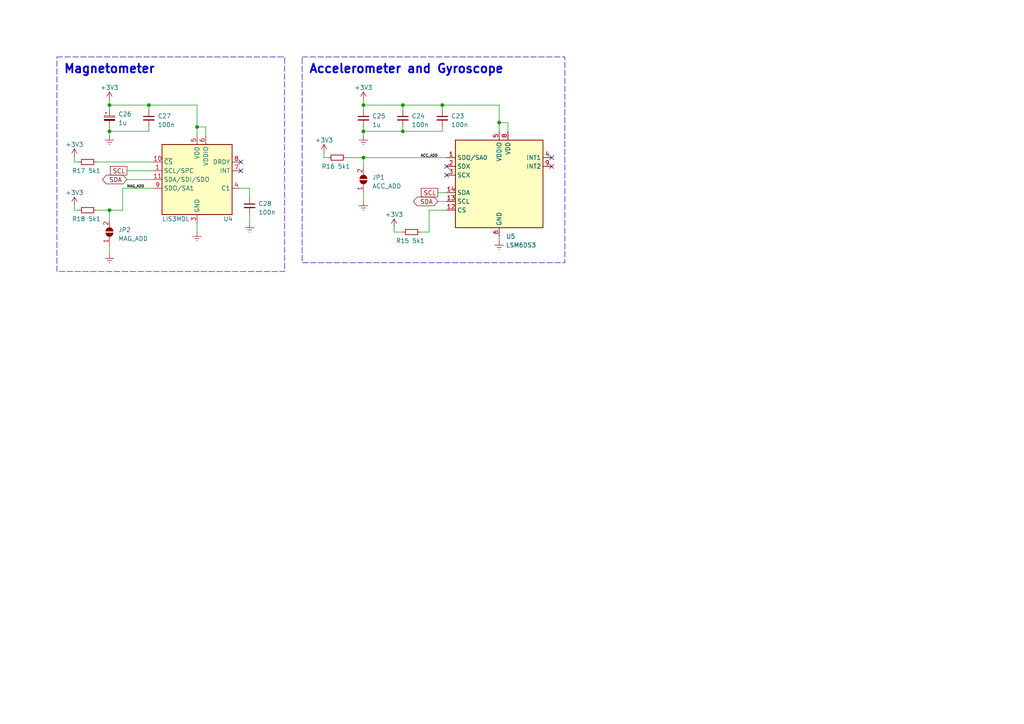
<source format=kicad_sch>
(kicad_sch (version 20230121) (generator eeschema)
  (paper "A4")
  (title_block (title "Aitken - Sensors") (date "2023-10-29") (rev "0.1") (company "b1u3-22"))
  (lib_symbols
    (symbol "Device:C_Polarized_Small" (pin_numbers hide) (pin_names (offset 0.254) hide)
      (property "Reference" "C" (at 0.254 1.778 0))
      (property "Value" "C_Polarized_Small" (at 0.254 -2.032 0))
      (symbol "C_Polarized_Small_0_1"
        (rectangle (start -1.524 -0.3048) (end 1.524 -0.6858) (fill (type outline)))
        (rectangle (start -1.524 0.6858) (end 1.524 0.3048))
        (polyline (pts (xy -1.27 1.524) (xy -0.762 1.524)))
        (polyline (pts (xy -1.016 1.27) (xy -1.016 1.778)))
      )
      (symbol "C_Polarized_Small_1_1"
        (pin passive line (at 0 2.54 270) (length 1.8542) (name "~") (number "1"))
        (pin passive line (at 0 -2.54 90) (length 1.8542) (name "~") (number "2"))
      )
    )
    (symbol "Device:C_Small" (pin_numbers hide) (pin_names (offset 0.254) hide)
      (property "Reference" "C" (at 0.254 1.778 0))
      (property "Value" "C_Small" (at 0.254 -2.032 0))
      (symbol "C_Small_0_1"
        (polyline (pts (xy -1.524 -0.508) (xy 1.524 -0.508)) (stroke (width 0.3302)))
        (polyline (pts (xy -1.524 0.508) (xy 1.524 0.508)) (stroke (width 0.3048)))
      )
      (symbol "C_Small_1_1"
        (pin passive line (at 0 2.54 270) (length 2.032) (name "~") (number "1"))
        (pin passive line (at 0 -2.54 90) (length 2.032) (name "~") (number "2"))
      )
    )
    (symbol "Device:R_Small" (pin_numbers hide) (pin_names (offset 0.254) hide)
      (property "Reference" "R" (at 0.762 0.508 0))
      (property "Value" "R_Small" (at 0.762 -1.016 0))
      (symbol "R_Small_0_1"
        (rectangle (start -0.762 1.778) (end 0.762 -1.778) (stroke (width 0.2032)))
      )
      (symbol "R_Small_1_1"
        (pin passive line (at 0 2.54 270) (length 0.762) (name "~") (number "1"))
        (pin passive line (at 0 -2.54 90) (length 0.762) (name "~") (number "2"))
      )
    )
    (symbol "Jumper:SolderJumper_2_Open" (pin_names (offset 0) hide)
      (property "Reference" "JP" (at 0 2.032 0))
      (property "Value" "SolderJumper_2_Open" (at 0 -2.54 0))
      (symbol "SolderJumper_2_Open_0_1"
        (arc (start -0.254 1.016) (mid -1.2656 0) (end -0.254 -1.016))
        (arc (start -0.254 1.016) (mid -1.2656 0) (end -0.254 -1.016) (fill (type outline)))
        (polyline (pts (xy -0.254 1.016) (xy -0.254 -1.016)))
        (polyline (pts (xy 0.254 1.016) (xy 0.254 -1.016)))
        (arc (start 0.254 -1.016) (mid 1.2656 0) (end 0.254 1.016))
        (arc (start 0.254 -1.016) (mid 1.2656 0) (end 0.254 1.016) (fill (type outline)))
      )
      (symbol "SolderJumper_2_Open_1_1"
        (pin passive line (at -3.81 0 0) (length 2.54) (name "A") (number "1"))
        (pin passive line (at 3.81 0 180) (length 2.54) (name "B") (number "2"))
      )
    )
    (symbol "Sensor_Magnetic:LIS3MDL"
      (property "Reference" "U4" (at 1.9559 -12.7 0))
      (property "Value" "LIS3MDL" (at 1.9559 -15.24 0))
      (symbol "LIS3MDL_0_1"
        (rectangle (start -10.16 10.16) (end 10.16 -10.16) (stroke (width 0.254)) (fill (type background)))
      )
      (symbol "LIS3MDL_1_1"
        (pin input line (at -12.7 2.54 0) (length 2.54) (name "SCL/SPC") (number "1"))
        (pin input line (at -12.7 5.08 0) (length 2.54) (name "~{CS}") (number "10"))
        (pin bidirectional line (at -12.7 0 0) (length 2.54) (name "SDA/SDI/SDO") (number "11"))
        (pin passive line (at 0 -12.7 90) (length 2.54) hide (name "GND") (number "12"))
        (pin passive line (at 0 -12.7 90) (length 2.54) hide (name "GND") (number "2"))
        (pin power_in line (at 0 -12.7 90) (length 2.54) (name "GND") (number "3"))
        (pin power_out line (at 12.7 -2.54 180) (length 2.54) (name "C1") (number "4"))
        (pin power_in line (at 0 12.7 270) (length 2.54) (name "VDD") (number "5"))
        (pin power_in line (at 2.54 12.7 270) (length 2.54) (name "VDDIO") (number "6"))
        (pin output line (at 12.7 2.54 180) (length 2.54) (name "INT") (number "7"))
        (pin output line (at 12.7 5.08 180) (length 2.54) (name "DRDY") (number "8"))
        (pin bidirectional line (at -12.7 -2.54 0) (length 2.54) (name "SDO/SA1") (number "9"))
      )
    )
    (symbol "Sensor_Motion:LSM6DS3"
      (property "Reference" "U" (at -11.43 15.24 0))
      (property "Value" "LSM6DS3" (at -11.43 12.7 0))
      (symbol "LSM6DS3_0_1"
        (rectangle (start -12.7 12.7) (end 12.7 -12.7) (stroke (width 0.254)) (fill (type background)))
      )
      (symbol "LSM6DS3_1_1"
        (pin bidirectional line (at -15.24 7.62 0) (length 2.54) (name "SDO/SA0") (number "1"))
        (pin no_connect line (at 12.7 -5.08 180) (length 3.81) hide (name "NC") (number "10"))
        (pin no_connect line (at 12.7 -2.54 180) (length 3.81) hide (name "NC") (number "11"))
        (pin input line (at -15.24 -7.62 0) (length 2.54) (name "CS") (number "12"))
        (pin input line (at -15.24 -5.08 0) (length 2.54) (name "SCL") (number "13"))
        (pin bidirectional line (at -15.24 -2.54 0) (length 2.54) (name "SDA") (number "14"))
        (pin bidirectional line (at -15.24 5.08 0) (length 2.54) (name "SDX") (number "2"))
        (pin input line (at -15.24 2.54 0) (length 2.54) (name "SCX") (number "3"))
        (pin output line (at 15.24 7.62 180) (length 2.54) (name "INT1") (number "4"))
        (pin power_in line (at 0 15.24 270) (length 2.54) (name "VDDIO") (number "5"))
        (pin power_in line (at 0 -15.24 90) (length 2.54) (name "GND") (number "6"))
        (pin passive line (at 0 -15.24 90) (length 2.54) hide (name "GND") (number "7"))
        (pin power_in line (at 2.54 15.24 270) (length 2.54) (name "VDD") (number "8"))
        (pin output line (at 15.24 5.08 180) (length 2.54) (name "INT2") (number "9"))
      )
    )
    (symbol "power:+3V3" (power) (pin_names (offset 0))
      (property "Value" "+3V3" (at 0 3.556 0))
      (symbol "+3V3_0_1"
        (polyline (pts (xy -0.762 1.27) (xy 0 2.54)))
        (polyline (pts (xy 0 0) (xy 0 2.54)))
        (polyline (pts (xy 0 2.54) (xy 0.762 1.27)))
      )
      (symbol "+3V3_1_1"
        (pin power_in line (at 0 0 90) (length 0) hide (name "+3V3") (number "1"))
      )
    )
    (symbol "power:Earth" (power) (pin_names (offset 0))
      (symbol "Earth_0_1"
        (polyline (pts (xy -0.635 -1.905) (xy 0.635 -1.905)))
        (polyline (pts (xy -0.127 -2.54) (xy 0.127 -2.54)))
        (polyline (pts (xy 0 -1.27) (xy 0 0)))
        (polyline (pts (xy 1.27 -1.27) (xy -1.27 -1.27)))
      )
      (symbol "Earth_1_1"
        (pin power_in line (at 0 0 270) (length 0) hide (name "Earth") (number "1"))
      )
    )
  )
  (junction (at 105.41 38.1))
  (junction (at 31.75 60.96))
  (junction (at 116.84 38.1))
  (junction (at 105.41 30.48))
  (junction (at 144.78 35.56))
  (junction (at 43.18 30.48))
  (junction (at 105.41 45.72))
  (junction (at 57.15 36.83))
  (junction (at 116.84 30.48))
  (junction (at 128.27 30.48))
  (junction (at 31.75 30.48))
  (junction (at 31.75 38.1))
  (no_connect (at 160.02 48.26))
  (no_connect (at 129.54 50.8))
  (no_connect (at 69.85 46.99))
  (no_connect (at 160.02 45.72))
  (no_connect (at 129.54 48.26))
  (no_connect (at 69.85 49.53))
  (wire (pts (xy 21.59 60.96) (xy 21.59 59.69)))
  (wire (pts (xy 121.92 67.31) (xy 124.46 67.31)))
  (wire (pts (xy 72.39 62.23) (xy 72.39 64.77)))
  (wire (pts (xy 31.75 29.21) (xy 31.75 30.48)))
  (wire (pts (xy 114.3 67.31) (xy 114.3 66.04)))
  (wire (pts (xy 31.75 30.48) (xy 43.18 30.48)))
  (wire (pts (xy 105.41 38.1) (xy 116.84 38.1)))
  (wire (pts (xy 105.41 36.83) (xy 105.41 38.1)))
  (wire (pts (xy 124.46 60.96) (xy 129.54 60.96)))
  (wire (pts (xy 105.41 45.72) (xy 129.54 45.72)))
  (wire (pts (xy 100.33 45.72) (xy 105.41 45.72)))
  (wire (pts (xy 144.78 35.56) (xy 147.32 35.56)))
  (wire (pts (xy 57.15 36.83) (xy 59.69 36.83)))
  (wire (pts (xy 43.18 38.1) (xy 31.75 38.1)))
  (wire (pts (xy 31.75 71.12) (xy 31.75 73.66)))
  (wire (pts (xy 35.56 60.96) (xy 35.56 54.61)))
  (wire (pts (xy 144.78 69.85) (xy 144.78 68.58)))
  (wire (pts (xy 22.86 46.99) (xy 21.59 46.99)))
  (wire (pts (xy 105.41 30.48) (xy 105.41 31.75)))
  (wire (pts (xy 22.86 60.96) (xy 21.59 60.96)))
  (wire (pts (xy 105.41 55.88) (xy 105.41 58.42)))
  (wire (pts (xy 105.41 30.48) (xy 116.84 30.48)))
  (wire (pts (xy 116.84 30.48) (xy 128.27 30.48)))
  (wire (pts (xy 35.56 54.61) (xy 44.45 54.61)))
  (wire (pts (xy 31.75 38.1) (xy 31.75 36.83)))
  (wire (pts (xy 105.41 45.72) (xy 105.41 48.26)))
  (wire (pts (xy 31.75 30.48) (xy 31.75 31.75)))
  (wire (pts (xy 27.94 46.99) (xy 44.45 46.99)))
  (wire (pts (xy 57.15 30.48) (xy 57.15 36.83)))
  (wire (pts (xy 116.84 30.48) (xy 116.84 31.75)))
  (wire (pts (xy 147.32 35.56) (xy 147.32 38.1)))
  (wire (pts (xy 127 55.88) (xy 129.54 55.88)))
  (wire (pts (xy 128.27 36.83) (xy 128.27 38.1)))
  (wire (pts (xy 31.75 60.96) (xy 31.75 63.5)))
  (wire (pts (xy 57.15 67.31) (xy 57.15 64.77)))
  (wire (pts (xy 72.39 54.61) (xy 72.39 57.15)))
  (wire (pts (xy 57.15 36.83) (xy 57.15 39.37)))
  (wire (pts (xy 21.59 46.99) (xy 21.59 45.72)))
  (wire (pts (xy 93.98 45.72) (xy 93.98 44.45)))
  (wire (pts (xy 144.78 35.56) (xy 144.78 38.1)))
  (wire (pts (xy 105.41 29.21) (xy 105.41 30.48)))
  (wire (pts (xy 95.25 45.72) (xy 93.98 45.72)))
  (wire (pts (xy 144.78 30.48) (xy 144.78 35.56)))
  (wire (pts (xy 43.18 36.83) (xy 43.18 38.1)))
  (wire (pts (xy 31.75 60.96) (xy 35.56 60.96)))
  (wire (pts (xy 128.27 38.1) (xy 116.84 38.1)))
  (wire (pts (xy 124.46 67.31) (xy 124.46 60.96)))
  (wire (pts (xy 128.27 30.48) (xy 128.27 31.75)))
  (wire (pts (xy 116.84 38.1) (xy 116.84 36.83)))
  (wire (pts (xy 105.41 38.1) (xy 105.41 39.37)))
  (wire (pts (xy 127 58.42) (xy 129.54 58.42)))
  (wire (pts (xy 59.69 39.37) (xy 59.69 36.83)))
  (wire (pts (xy 114.3 67.31) (xy 116.84 67.31)))
  (wire (pts (xy 128.27 30.48) (xy 144.78 30.48)))
  (wire (pts (xy 43.18 30.48) (xy 43.18 31.75)))
  (wire (pts (xy 72.39 54.61) (xy 69.85 54.61)))
  (wire (pts (xy 36.83 52.07) (xy 44.45 52.07)))
  (wire (pts (xy 36.83 49.53) (xy 44.45 49.53)))
  (wire (pts (xy 31.75 38.1) (xy 31.75 39.37)))
  (wire (pts (xy 43.18 30.48) (xy 57.15 30.48)))
  (wire (pts (xy 27.94 60.96) (xy 31.75 60.96)))
  (text_box "Magnetometer\n" (at 16.51 16.51 0) (size 66.04 62.23) (stroke (width 0) (type dash)) (effects (font (size 2.5 2.5) (thickness 0.5) bold) (justify left top)))
  (text_box "Accelerometer and Gyroscope" (at 87.63 16.51 0) (size 76.2 59.69) (stroke (width 0) (type dash)) (effects (font (size 2.5 2.5) (thickness 0.5) bold) (justify left top)))
  (label "MAG_ADD" (at 41.91 54.61 180) (effects (font (size 0.75 0.75))))
  (label "ACC_ADD" (at 127 45.72 180) (effects (font (size 0.75 0.75))))
  (global_label "SCL" (shape passive) (at 127 55.88 180) (property "Intersheetrefs" "${INTERSHEET_REFS}" (effects hide)))
  (global_label "SDA" (shape bidirectional) (at 127 58.42 180) (property "Intersheetrefs" "${INTERSHEET_REFS}" (effects hide)))
  (global_label "SDA" (shape bidirectional) (at 36.83 52.07 180) (property "Intersheetrefs" "${INTERSHEET_REFS}" (effects hide)))
  (global_label "SCL" (shape passive) (at 36.83 49.53 180) (property "Intersheetrefs" "${INTERSHEET_REFS}" (effects hide)))
  (symbol (lib_id "Device:C_Small") (at 72.39 59.69 0) (unit 1)
    (property "Reference" "C28" (at 74.93 59.0613 0) (effects (justify left)))
    (property "Value" "100n" (at 74.93 61.6013 0) (effects (justify left)))
  )
  (symbol (lib_id "Device:R_Small") (at 119.38 67.31 90) (mirror x) (unit 1)
    (property "Reference" "R15" (at 118.745 69.85 90) (effects (justify left)))
    (property "Value" "5k1" (at 123.19 69.85 90) (effects (justify left)))
  )
  (symbol (lib_id "power:+3V3") (at 114.3 66.04 0) (unit 1)
    (property "Reference" "#PWR031" (effects hide))
    (property "Value" "+3V3" (at 114.3 62.23 0))
  )
  (symbol (lib_id "power:Earth") (at 144.78 69.85 0) (unit 1)
    (property "Reference" "#PWR036" (effects hide))
    (property "Value" "Earth" (effects hide))
  )
  (symbol (lib_id "Device:R_Small") (at 25.4 46.99 90) (mirror x) (unit 1)
    (property "Reference" "R17" (at 24.765 49.53 90) (effects (justify left)))
    (property "Value" "5k1" (at 29.21 49.53 90) (effects (justify left)))
  )
  (symbol (lib_id "power:Earth") (at 105.41 58.42 0) (unit 1)
    (property "Reference" "#PWR035" (effects hide))
    (property "Value" "Earth" (effects hide))
  )
  (symbol (lib_id "Jumper:SolderJumper_2_Open") (at 105.41 52.07 90) (unit 1)
    (property "Reference" "JP1" (at 107.95 51.435 90) (effects (justify right)))
    (property "Value" "ACC_ADD" (at 107.95 53.975 90) (effects (justify right)))
  )
  (symbol (lib_id "Device:C_Small") (at 43.18 34.29 0) (unit 1)
    (property "Reference" "C27" (at 45.72 33.6613 0) (effects (justify left)))
    (property "Value" "100n" (at 45.72 36.2013 0) (effects (justify left)))
  )
  (symbol (lib_id "power:Earth") (at 57.15 67.31 0) (unit 1)
    (property "Reference" "#PWR071" (effects hide))
    (property "Value" "Earth" (effects hide))
  )
  (symbol (lib_id "power:Earth") (at 72.39 64.77 0) (unit 1)
    (property "Reference" "#PWR037" (effects hide))
    (property "Value" "Earth" (effects hide))
  )
  (symbol (lib_id "power:Earth") (at 105.41 39.37 0) (unit 1)
    (property "Reference" "#PWR033" (effects hide))
    (property "Value" "Earth" (effects hide))
  )
  (symbol (lib_id "power:+3V3") (at 21.59 59.69 0) (unit 1)
    (property "Reference" "#PWR041" (effects hide))
    (property "Value" "+3V3" (at 21.59 55.88 0))
  )
  (symbol (lib_id "Device:C_Small") (at 116.84 34.29 0) (unit 1)
    (property "Reference" "C24" (at 119.38 33.6613 0) (effects (justify left)))
    (property "Value" "100n" (at 119.38 36.2013 0) (effects (justify left)))
  )
  (symbol (lib_id "Device:C_Polarized_Small") (at 31.75 34.29 0) (unit 1)
    (property "Reference" "C26" (at 34.29 33.1089 0) (effects (justify left)))
    (property "Value" "1u" (at 34.29 35.6489 0) (effects (justify left)))
  )
  (symbol (lib_id "power:+3V3") (at 21.59 45.72 0) (unit 1)
    (property "Reference" "#PWR040" (effects hide))
    (property "Value" "+3V3" (at 21.59 41.91 0))
  )
  (symbol (lib_id "power:+3V3") (at 105.41 29.21 0) (unit 1)
    (property "Reference" "#PWR032" (effects hide))
    (property "Value" "+3V3" (at 105.41 25.4 0))
  )
  (symbol (lib_id "power:Earth") (at 31.75 73.66 0) (unit 1)
    (property "Reference" "#PWR042" (effects hide))
    (property "Value" "Earth" (effects hide))
  )
  (symbol (lib_id "Device:R_Small") (at 97.79 45.72 90) (mirror x) (unit 1)
    (property "Reference" "R16" (at 97.155 48.26 90) (effects (justify left)))
    (property "Value" "5k1" (at 101.6 48.26 90) (effects (justify left)))
  )
  (symbol (lib_id "power:+3V3") (at 93.98 44.45 0) (unit 1)
    (property "Reference" "#PWR034" (effects hide))
    (property "Value" "+3V3" (at 93.98 40.64 0))
  )
  (symbol (lib_id "Device:C_Small") (at 128.27 34.29 0) (unit 1)
    (property "Reference" "C23" (at 130.81 33.6613 0) (effects (justify left)))
    (property "Value" "100n" (at 130.81 36.2013 0) (effects (justify left)))
  )
  (symbol (lib_id "power:Earth") (at 31.75 39.37 0) (unit 1)
    (property "Reference" "#PWR039" (effects hide))
    (property "Value" "Earth" (effects hide))
  )
  (symbol (lib_id "Device:R_Small") (at 25.4 60.96 90) (mirror x) (unit 1)
    (property "Reference" "R18" (at 24.765 63.5 90) (effects (justify left)))
    (property "Value" "5k1" (at 29.21 63.5 90) (effects (justify left)))
  )
  (symbol (lib_id "Jumper:SolderJumper_2_Open") (at 31.75 67.31 90) (unit 1)
    (property "Reference" "JP2" (at 34.29 66.675 90) (effects (justify right)))
    (property "Value" "MAG_ADD" (at 34.29 69.215 90) (effects (justify right)))
  )
  (symbol (lib_id "power:+3V3") (at 31.75 29.21 0) (unit 1)
    (property "Reference" "#PWR038" (effects hide))
    (property "Value" "+3V3" (at 31.75 25.4 0))
  )
  (symbol (lib_id "Device:C_Small") (at 105.41 34.29 0) (unit 1)
    (property "Reference" "C25" (at 107.95 33.6613 0) (effects (justify left)))
    (property "Value" "1u" (at 107.95 36.2013 0) (effects (justify left)))
  )
  (symbol (lib_id "Sensor_Motion:LSM6DS3") (at 144.78 53.34 0) (unit 1)
    (property "Reference" "U5" (at 146.7359 68.58 0) (effects (justify left)))
    (property "Value" "LSM6DS3" (at 146.7359 71.12 0) (effects (justify left)))
    (property "Footprint" "Package_LGA:LGA-14_3x2.5mm_P0.5mm_LayoutBorder3x4y" (effects hide))
    (property "Datasheet" "https://www.st.com/resource/en/datasheet/lsm6ds3tr-c.pdf" (effects hide))
  )
  (symbol (lib_id "Sensor_Magnetic:LIS3MDL") (at 57.15 52.07 0) (unit 1)
    (property "Reference" "U4" (at 64.77 63.5 0) (effects (justify left)))
    (property "Value" "LIS3MDL" (at 46.99 63.5 0) (effects (justify left)))
    (property "Footprint" "Package_LGA:LGA-12_2x2mm_P0.5mm" (effects hide))
    (property "Datasheet" "https://www.st.com/resource/en/datasheet/lis3mdl.pdf" (effects hide))
  )
)
</source>
